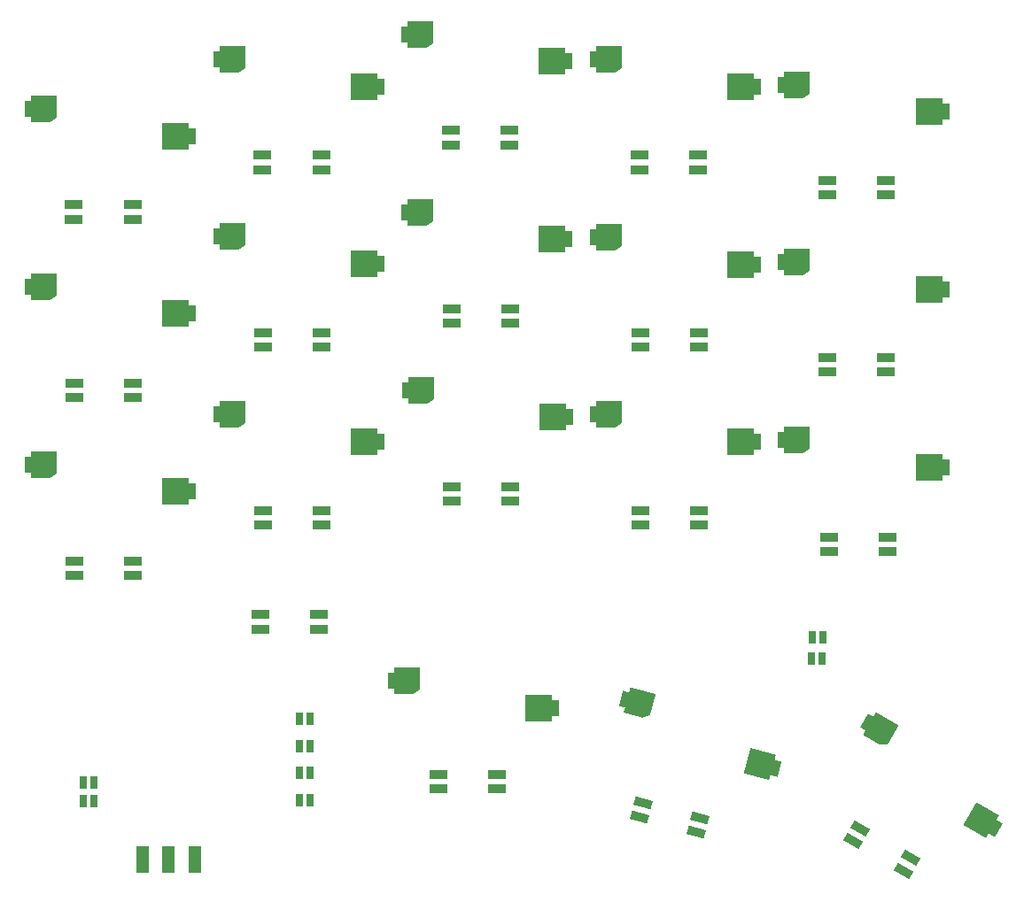
<source format=gbr>
G04 #@! TF.GenerationSoftware,KiCad,Pcbnew,7.0.1*
G04 #@! TF.CreationDate,2024-09-18T17:21:23+07:00*
G04 #@! TF.ProjectId,minikeeb,6d696e69-6b65-4656-922e-6b696361645f,rev?*
G04 #@! TF.SameCoordinates,Original*
G04 #@! TF.FileFunction,Paste,Top*
G04 #@! TF.FilePolarity,Positive*
%FSLAX46Y46*%
G04 Gerber Fmt 4.6, Leading zero omitted, Abs format (unit mm)*
G04 Created by KiCad (PCBNEW 7.0.1) date 2024-09-18 17:21:23*
%MOMM*%
%LPD*%
G01*
G04 APERTURE LIST*
G04 Aperture macros list*
%AMRotRect*
0 Rectangle, with rotation*
0 The origin of the aperture is its center*
0 $1 length*
0 $2 width*
0 $3 Rotation angle, in degrees counterclockwise*
0 Add horizontal line*
21,1,$1,$2,0,0,$3*%
%AMFreePoly0*
4,1,24,2.735355,1.235355,2.750000,1.200000,2.750000,-0.800000,2.748029,-0.804757,2.749028,-0.809806,2.740927,-0.821903,2.735355,-0.835355,2.730600,-0.837324,2.727735,-0.841603,2.127735,-1.241603,2.113449,-1.244428,2.100000,-1.250000,0.300000,-1.250000,0.264645,-1.235355,0.250000,-1.200000,0.250000,-0.750000,-0.350000,-0.750000,-0.350000,0.750000,0.250000,0.750000,0.250000,1.200000,
0.264645,1.235355,0.300000,1.250000,2.700000,1.250000,2.735355,1.235355,2.735355,1.235355,$1*%
%AMFreePoly1*
4,1,17,-0.364645,1.235355,-0.350000,1.200000,-0.350000,0.750000,0.350000,0.750000,0.350000,-0.750000,-0.350000,-0.750000,-0.350000,-1.200000,-0.364645,-1.235355,-0.400000,-1.250000,-2.800000,-1.250000,-2.835355,-1.235355,-2.850000,-1.200000,-2.850000,1.200000,-2.835355,1.235355,-2.800000,1.250000,-0.400000,1.250000,-0.364645,1.235355,-0.364645,1.235355,$1*%
G04 Aperture macros list end*
%ADD10R,1.700000X0.825000*%
%ADD11FreePoly0,0.000000*%
%ADD12FreePoly1,0.000000*%
%ADD13R,1.200000X2.500000*%
%ADD14RotRect,1.700000X0.825000X165.000000*%
%ADD15FreePoly0,345.000000*%
%ADD16FreePoly1,345.000000*%
%ADD17R,0.635000X1.143000*%
%ADD18FreePoly0,330.000000*%
%ADD19FreePoly1,330.000000*%
%ADD20RotRect,1.700000X0.825000X150.000000*%
G04 APERTURE END LIST*
D10*
X78950000Y-80020000D03*
X78950000Y-81420000D03*
X73350000Y-81420000D03*
X73350000Y-80020000D03*
X73400000Y-98490000D03*
X73400000Y-97090000D03*
X79000000Y-97090000D03*
X79000000Y-98490000D03*
X79000000Y-114108000D03*
X79000000Y-115508000D03*
X73400000Y-115508000D03*
X73400000Y-114108000D03*
D11*
X104941000Y-92626500D03*
D12*
X120641000Y-95226500D03*
D10*
X55366000Y-100776000D03*
X55366000Y-99376000D03*
X60966000Y-99376000D03*
X60966000Y-100776000D03*
D11*
X86970500Y-107231500D03*
D12*
X102670500Y-109831500D03*
D10*
X60950000Y-82410000D03*
X60950000Y-83810000D03*
X55350000Y-83810000D03*
X55350000Y-82410000D03*
D13*
X43860000Y-149810000D03*
X46360000Y-149810000D03*
X48860000Y-149810000D03*
D10*
X72150000Y-143040000D03*
X72150000Y-141640000D03*
X77750000Y-141640000D03*
X77750000Y-143040000D03*
D14*
X91348234Y-145747455D03*
X91710581Y-144395159D03*
X97119766Y-145844545D03*
X96757419Y-147196841D03*
D11*
X104941000Y-109644500D03*
D12*
X120641000Y-112244500D03*
D10*
X114932500Y-84820000D03*
X114932500Y-86220000D03*
X109332500Y-86220000D03*
X109332500Y-84820000D03*
D15*
X89932811Y-134497781D03*
D16*
X104424917Y-141072647D03*
D10*
X37332000Y-105602000D03*
X37332000Y-104202000D03*
X42932000Y-104202000D03*
X42932000Y-105602000D03*
D17*
X39250760Y-142460000D03*
X38250000Y-142460000D03*
D10*
X42932000Y-121220000D03*
X42932000Y-122620000D03*
X37332000Y-122620000D03*
X37332000Y-121220000D03*
D17*
X108880760Y-128540000D03*
X107880000Y-128540000D03*
D10*
X97034000Y-116394000D03*
X97034000Y-117794000D03*
X91434000Y-117794000D03*
X91434000Y-116394000D03*
D11*
X50966000Y-107231500D03*
D12*
X66666000Y-109831500D03*
D10*
X60720000Y-126360000D03*
X60720000Y-127760000D03*
X55120000Y-127760000D03*
X55120000Y-126360000D03*
D17*
X59910380Y-138950000D03*
X58909620Y-138950000D03*
D10*
X97002500Y-82410000D03*
X97002500Y-83810000D03*
X91402500Y-83810000D03*
X91402500Y-82410000D03*
D11*
X68936500Y-87864000D03*
D12*
X84636500Y-90464000D03*
D11*
X32932000Y-111994000D03*
D12*
X48632000Y-114594000D03*
D17*
X59880760Y-144120000D03*
X58880000Y-144120000D03*
D10*
X42920000Y-87160000D03*
X42920000Y-88560000D03*
X37320000Y-88560000D03*
X37320000Y-87160000D03*
D18*
X113154617Y-136699770D03*
D19*
X125451216Y-146801436D03*
D11*
X104941000Y-75672000D03*
D12*
X120641000Y-78272000D03*
D17*
X59910760Y-136340000D03*
X58910000Y-136340000D03*
X39220760Y-144210000D03*
X38220000Y-144210000D03*
D11*
X68936500Y-70846000D03*
D12*
X84636500Y-73446000D03*
D11*
X86970500Y-73259000D03*
D12*
X102670500Y-75859000D03*
D17*
X108840760Y-130560000D03*
X107840000Y-130560000D03*
D11*
X32932000Y-78021500D03*
D12*
X48632000Y-80621500D03*
D10*
X60966000Y-116394000D03*
X60966000Y-117794000D03*
X55366000Y-117794000D03*
X55366000Y-116394000D03*
X109327500Y-103170000D03*
X109327500Y-101770000D03*
X114927500Y-101770000D03*
X114927500Y-103170000D03*
D20*
X111779129Y-148050218D03*
X112479129Y-146837782D03*
X117328871Y-149637782D03*
X116628871Y-150850218D03*
D11*
X69000000Y-104882000D03*
D12*
X84700000Y-107482000D03*
D11*
X32932000Y-94976000D03*
D12*
X48632000Y-97576000D03*
D11*
X50966000Y-73259000D03*
D12*
X66666000Y-75859000D03*
D17*
X59900760Y-141520000D03*
X58900000Y-141520000D03*
D10*
X115068000Y-118934000D03*
X115068000Y-120334000D03*
X109468000Y-120334000D03*
X109468000Y-118934000D03*
D11*
X86970500Y-90277000D03*
D12*
X102670500Y-92877000D03*
D11*
X50966000Y-90213500D03*
D12*
X66666000Y-92813500D03*
D10*
X91434000Y-100776000D03*
X91434000Y-99376000D03*
X97034000Y-99376000D03*
X97034000Y-100776000D03*
D11*
X67670000Y-132720000D03*
D12*
X83370000Y-135320000D03*
M02*

</source>
